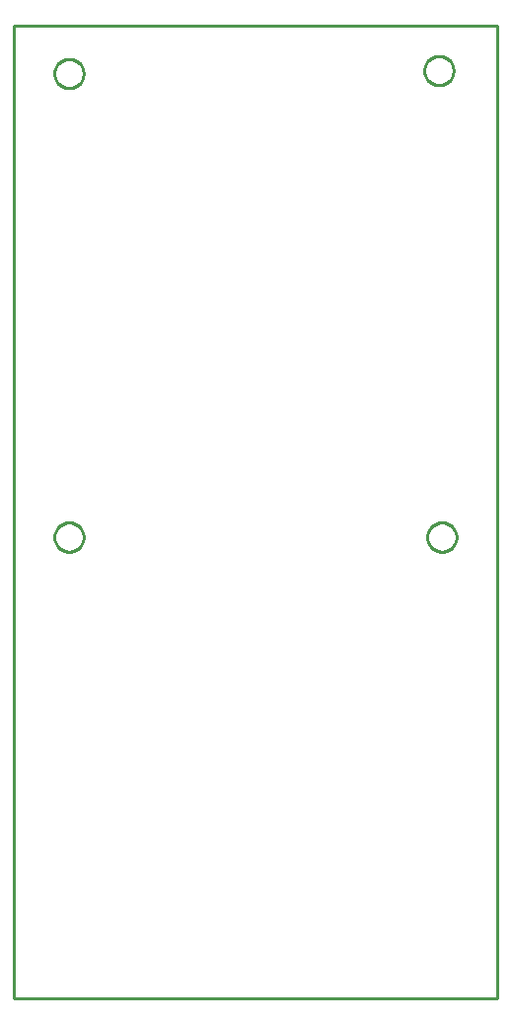
<source format=gbr>
G04 EAGLE Gerber RS-274X export*
G75*
%MOMM*%
%FSLAX34Y34*%
%LPD*%
%IN*%
%IPPOS*%
%AMOC8*
5,1,8,0,0,1.08239X$1,22.5*%
G01*
%ADD10C,0.254000*%


D10*
X5000Y32250D02*
X420000Y32250D01*
X420000Y866000D01*
X5000Y866000D01*
X5000Y32250D01*
X360000Y427009D02*
X360077Y426030D01*
X360231Y425060D01*
X360460Y424104D01*
X360764Y423170D01*
X361139Y422263D01*
X361585Y421388D01*
X362099Y420550D01*
X362676Y419755D01*
X363314Y419008D01*
X364008Y418314D01*
X364755Y417676D01*
X365550Y417099D01*
X366388Y416585D01*
X367263Y416139D01*
X368170Y415764D01*
X369104Y415460D01*
X370060Y415231D01*
X371030Y415077D01*
X372009Y415000D01*
X372991Y415000D01*
X373970Y415077D01*
X374941Y415231D01*
X375896Y415460D01*
X376830Y415764D01*
X377737Y416139D01*
X378612Y416585D01*
X379450Y417099D01*
X380245Y417676D01*
X380992Y418314D01*
X381686Y419008D01*
X382324Y419755D01*
X382901Y420550D01*
X383415Y421388D01*
X383861Y422263D01*
X384236Y423170D01*
X384540Y424104D01*
X384769Y425060D01*
X384923Y426030D01*
X385000Y427009D01*
X385000Y427991D01*
X384923Y428970D01*
X384769Y429941D01*
X384540Y430896D01*
X384236Y431830D01*
X383861Y432737D01*
X383415Y433612D01*
X382901Y434450D01*
X382324Y435245D01*
X381686Y435992D01*
X380992Y436686D01*
X380245Y437324D01*
X379450Y437901D01*
X378612Y438415D01*
X377737Y438861D01*
X376830Y439236D01*
X375896Y439540D01*
X374941Y439769D01*
X373970Y439923D01*
X372991Y440000D01*
X372009Y440000D01*
X371030Y439923D01*
X370060Y439769D01*
X369104Y439540D01*
X368170Y439236D01*
X367263Y438861D01*
X366388Y438415D01*
X365550Y437901D01*
X364755Y437324D01*
X364008Y436686D01*
X363314Y435992D01*
X362676Y435245D01*
X362099Y434450D01*
X361585Y433612D01*
X361139Y432737D01*
X360764Y431830D01*
X360460Y430896D01*
X360231Y429941D01*
X360077Y428970D01*
X360000Y427991D01*
X360000Y427009D01*
X40000Y427009D02*
X40077Y426030D01*
X40231Y425060D01*
X40460Y424104D01*
X40764Y423170D01*
X41139Y422263D01*
X41585Y421388D01*
X42099Y420550D01*
X42676Y419755D01*
X43314Y419008D01*
X44008Y418314D01*
X44755Y417676D01*
X45550Y417099D01*
X46388Y416585D01*
X47263Y416139D01*
X48170Y415764D01*
X49104Y415460D01*
X50060Y415231D01*
X51030Y415077D01*
X52009Y415000D01*
X52991Y415000D01*
X53970Y415077D01*
X54941Y415231D01*
X55896Y415460D01*
X56830Y415764D01*
X57737Y416139D01*
X58612Y416585D01*
X59450Y417099D01*
X60245Y417676D01*
X60992Y418314D01*
X61686Y419008D01*
X62324Y419755D01*
X62901Y420550D01*
X63415Y421388D01*
X63861Y422263D01*
X64236Y423170D01*
X64540Y424104D01*
X64769Y425060D01*
X64923Y426030D01*
X65000Y427009D01*
X65000Y427991D01*
X64923Y428970D01*
X64769Y429941D01*
X64540Y430896D01*
X64236Y431830D01*
X63861Y432737D01*
X63415Y433612D01*
X62901Y434450D01*
X62324Y435245D01*
X61686Y435992D01*
X60992Y436686D01*
X60245Y437324D01*
X59450Y437901D01*
X58612Y438415D01*
X57737Y438861D01*
X56830Y439236D01*
X55896Y439540D01*
X54941Y439769D01*
X53970Y439923D01*
X52991Y440000D01*
X52009Y440000D01*
X51030Y439923D01*
X50060Y439769D01*
X49104Y439540D01*
X48170Y439236D01*
X47263Y438861D01*
X46388Y438415D01*
X45550Y437901D01*
X44755Y437324D01*
X44008Y436686D01*
X43314Y435992D01*
X42676Y435245D01*
X42099Y434450D01*
X41585Y433612D01*
X41139Y432737D01*
X40764Y431830D01*
X40460Y430896D01*
X40231Y429941D01*
X40077Y428970D01*
X40000Y427991D01*
X40000Y427009D01*
X40000Y824509D02*
X40077Y823530D01*
X40231Y822560D01*
X40460Y821604D01*
X40764Y820670D01*
X41139Y819763D01*
X41585Y818888D01*
X42099Y818050D01*
X42676Y817255D01*
X43314Y816508D01*
X44008Y815814D01*
X44755Y815176D01*
X45550Y814599D01*
X46388Y814085D01*
X47263Y813639D01*
X48170Y813264D01*
X49104Y812960D01*
X50060Y812731D01*
X51030Y812577D01*
X52009Y812500D01*
X52991Y812500D01*
X53970Y812577D01*
X54941Y812731D01*
X55896Y812960D01*
X56830Y813264D01*
X57737Y813639D01*
X58612Y814085D01*
X59450Y814599D01*
X60245Y815176D01*
X60992Y815814D01*
X61686Y816508D01*
X62324Y817255D01*
X62901Y818050D01*
X63415Y818888D01*
X63861Y819763D01*
X64236Y820670D01*
X64540Y821604D01*
X64769Y822560D01*
X64923Y823530D01*
X65000Y824509D01*
X65000Y825491D01*
X64923Y826470D01*
X64769Y827441D01*
X64540Y828396D01*
X64236Y829330D01*
X63861Y830237D01*
X63415Y831112D01*
X62901Y831950D01*
X62324Y832745D01*
X61686Y833492D01*
X60992Y834186D01*
X60245Y834824D01*
X59450Y835401D01*
X58612Y835915D01*
X57737Y836361D01*
X56830Y836736D01*
X55896Y837040D01*
X54941Y837269D01*
X53970Y837423D01*
X52991Y837500D01*
X52009Y837500D01*
X51030Y837423D01*
X50060Y837269D01*
X49104Y837040D01*
X48170Y836736D01*
X47263Y836361D01*
X46388Y835915D01*
X45550Y835401D01*
X44755Y834824D01*
X44008Y834186D01*
X43314Y833492D01*
X42676Y832745D01*
X42099Y831950D01*
X41585Y831112D01*
X41139Y830237D01*
X40764Y829330D01*
X40460Y828396D01*
X40231Y827441D01*
X40077Y826470D01*
X40000Y825491D01*
X40000Y824509D01*
X357500Y827009D02*
X357577Y826030D01*
X357731Y825060D01*
X357960Y824104D01*
X358264Y823170D01*
X358639Y822263D01*
X359085Y821388D01*
X359599Y820550D01*
X360176Y819755D01*
X360814Y819008D01*
X361508Y818314D01*
X362255Y817676D01*
X363050Y817099D01*
X363888Y816585D01*
X364763Y816139D01*
X365670Y815764D01*
X366604Y815460D01*
X367560Y815231D01*
X368530Y815077D01*
X369509Y815000D01*
X370491Y815000D01*
X371470Y815077D01*
X372441Y815231D01*
X373396Y815460D01*
X374330Y815764D01*
X375237Y816139D01*
X376112Y816585D01*
X376950Y817099D01*
X377745Y817676D01*
X378492Y818314D01*
X379186Y819008D01*
X379824Y819755D01*
X380401Y820550D01*
X380915Y821388D01*
X381361Y822263D01*
X381736Y823170D01*
X382040Y824104D01*
X382269Y825060D01*
X382423Y826030D01*
X382500Y827009D01*
X382500Y827991D01*
X382423Y828970D01*
X382269Y829941D01*
X382040Y830896D01*
X381736Y831830D01*
X381361Y832737D01*
X380915Y833612D01*
X380401Y834450D01*
X379824Y835245D01*
X379186Y835992D01*
X378492Y836686D01*
X377745Y837324D01*
X376950Y837901D01*
X376112Y838415D01*
X375237Y838861D01*
X374330Y839236D01*
X373396Y839540D01*
X372441Y839769D01*
X371470Y839923D01*
X370491Y840000D01*
X369509Y840000D01*
X368530Y839923D01*
X367560Y839769D01*
X366604Y839540D01*
X365670Y839236D01*
X364763Y838861D01*
X363888Y838415D01*
X363050Y837901D01*
X362255Y837324D01*
X361508Y836686D01*
X360814Y835992D01*
X360176Y835245D01*
X359599Y834450D01*
X359085Y833612D01*
X358639Y832737D01*
X358264Y831830D01*
X357960Y830896D01*
X357731Y829941D01*
X357577Y828970D01*
X357500Y827991D01*
X357500Y827009D01*
M02*

</source>
